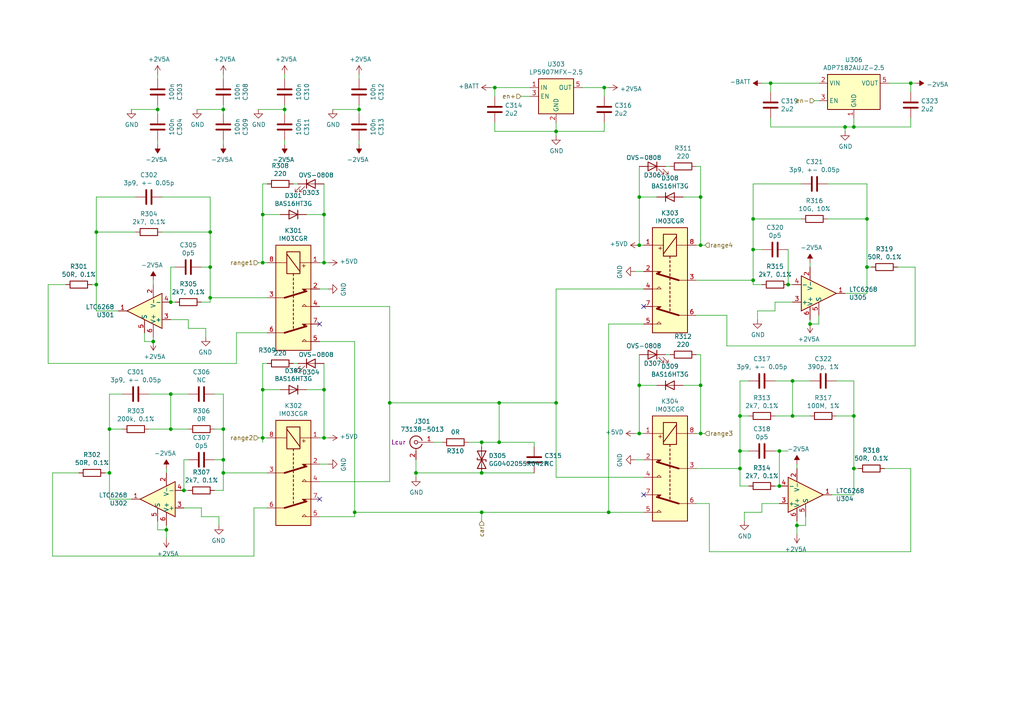
<source format=kicad_sch>
(kicad_sch (version 20211123) (generator eeschema)
  (paper "A4")
  (lib_symbols
    (symbol "Connector:Conn_Coaxial" (pin_names (offset 1.016) hide)
      (property "Reference" "J" (at 0.254 3.048 0))
      (property "Value" "Conn_Coaxial" (at 2.921 0 90))
      (symbol "Conn_Coaxial_0_1"
        (arc (start -1.778 -0.508) (mid 0.222 -1.808) (end 1.778 0) (stroke (width 0.254)))
        (polyline (pts (xy -2.54 0) (xy -0.508 0)))
        (polyline (pts (xy 0 -2.54) (xy 0 -1.778)))
        (circle (center 0 0) (radius 0.508) (stroke (width 0.2032)))
        (arc (start 1.778 0) (mid 0.2221 1.8083) (end -1.778 0.508) (stroke (width 0.254)))
      )
      (symbol "Conn_Coaxial_1_1"
        (pin passive line (at -5.08 0 0) (length 2.54) (name "In") (number "1"))
        (pin passive line (at 0 -5.08 90) (length 2.54) (name "Ext") (number "2"))
      )
    )
    (symbol "Device:C" (pin_numbers hide) (pin_names (offset 0.254))
      (property "Reference" "C" (at 0.635 2.54 0))
      (property "Value" "C" (at 0.635 -2.54 0))
      (symbol "C_0_1"
        (polyline (pts (xy -2.032 -0.762) (xy 2.032 -0.762)) (stroke (width 0.508)))
        (polyline (pts (xy -2.032 0.762) (xy 2.032 0.762)) (stroke (width 0.508)))
      )
      (symbol "C_1_1"
        (pin passive line (at 0 3.81 270) (length 2.794) (name "~") (number "1"))
        (pin passive line (at 0 -3.81 90) (length 2.794) (name "~") (number "2"))
      )
    )
    (symbol "Device:D" (pin_numbers hide) (pin_names (offset 1.016) hide)
      (property "Reference" "D" (at 0 2.54 0))
      (property "Value" "D" (at 0 -2.54 0))
      (symbol "D_0_1"
        (polyline (pts (xy -1.27 1.27) (xy -1.27 -1.27)) (stroke (width 0.254)))
        (polyline (pts (xy 1.27 0) (xy -1.27 0)))
        (polyline (pts (xy 1.27 1.27) (xy 1.27 -1.27) (xy -1.27 0) (xy 1.27 1.27)) (stroke (width 0.254)))
      )
      (symbol "D_1_1"
        (pin passive line (at -3.81 0 0) (length 2.54) (name "K") (number "1"))
        (pin passive line (at 3.81 0 180) (length 2.54) (name "A") (number "2"))
      )
    )
    (symbol "Device:D_TVS" (pin_numbers hide) (pin_names (offset 1.016) hide)
      (property "Reference" "D" (at 0 2.54 0))
      (property "Value" "D_TVS" (at 0 -2.54 0))
      (symbol "D_TVS_0_1"
        (polyline (pts (xy 1.27 0) (xy -1.27 0)))
        (polyline (pts (xy 0.508 1.27) (xy 0 1.27) (xy 0 -1.27) (xy -0.508 -1.27)) (stroke (width 0.254)))
        (polyline (pts (xy -2.54 1.27) (xy -2.54 -1.27) (xy 2.54 1.27) (xy 2.54 -1.27) (xy -2.54 1.27)) (stroke (width 0.254)))
      )
      (symbol "D_TVS_1_1"
        (pin passive line (at -3.81 0 0) (length 2.54) (name "A1") (number "1"))
        (pin passive line (at 3.81 0 180) (length 2.54) (name "A2") (number "2"))
      )
    )
    (symbol "Device:LED" (pin_numbers hide) (pin_names (offset 1.016) hide)
      (property "Reference" "D" (at 0 2.54 0))
      (property "Value" "LED" (at 0 -2.54 0))
      (symbol "LED_0_1"
        (polyline (pts (xy -1.27 -1.27) (xy -1.27 1.27)) (stroke (width 0.254)))
        (polyline (pts (xy -1.27 0) (xy 1.27 0)))
        (polyline (pts (xy 1.27 -1.27) (xy 1.27 1.27) (xy -1.27 0) (xy 1.27 -1.27)) (stroke (width 0.254)))
        (polyline (pts (xy -3.048 -0.762) (xy -4.572 -2.286) (xy -3.81 -2.286) (xy -4.572 -2.286) (xy -4.572 -1.524)))
        (polyline (pts (xy -1.778 -0.762) (xy -3.302 -2.286) (xy -2.54 -2.286) (xy -3.302 -2.286) (xy -3.302 -1.524)))
      )
      (symbol "LED_1_1"
        (pin passive line (at -3.81 0 0) (length 2.54) (name "K") (number "1"))
        (pin passive line (at 3.81 0 180) (length 2.54) (name "A") (number "2"))
      )
    )
    (symbol "Device:R" (pin_numbers hide) (pin_names (offset 0))
      (property "Reference" "R" (at 2.032 0 90))
      (property "Value" "R" (at 0 0 90))
      (symbol "R_0_1"
        (rectangle (start -1.016 -2.54) (end 1.016 2.54) (stroke (width 0.254)))
      )
      (symbol "R_1_1"
        (pin passive line (at 0 3.81 270) (length 1.27) (name "~") (number "1"))
        (pin passive line (at 0 -3.81 90) (length 1.27) (name "~") (number "2"))
      )
    )
    (symbol "Regulator_Linear:ADP7182AUJZ-2.5"
      (property "Reference" "U" (at 0 -7.62 0))
      (property "Value" "ADP7182AUJZ-2.5" (at 0 -6.35 0))
      (symbol "ADP7182AUJZ-2.5_0_1"
        (rectangle (start -7.62 5.08) (end 7.62 -5.08) (stroke (width 0.254)) (fill (type background)))
      )
      (symbol "ADP7182AUJZ-2.5_1_1"
        (pin power_in line (at 0 7.62 270) (length 2.54) (name "GND") (number "1"))
        (pin power_in line (at -10.16 -2.54 0) (length 2.54) (name "VIN") (number "2"))
        (pin input line (at -10.16 2.54 0) (length 2.54) (name "EN") (number "3"))
        (pin no_connect line (at 7.62 0 180) (length 2.54) hide (name "NC") (number "4"))
        (pin power_out line (at 10.16 -2.54 180) (length 2.54) (name "VOUT") (number "5"))
      )
    )
    (symbol "Regulator_Linear:LP5907MFX-2.5"
      (property "Reference" "U" (at -3.81 6.35 0))
      (property "Value" "LP5907MFX-2.5" (at 6.35 6.35 0))
      (symbol "LP5907MFX-2.5_0_1"
        (rectangle (start -5.08 -5.08) (end 5.08 5.08) (stroke (width 0.254)) (fill (type background)))
        (pin power_in line (at -7.62 2.54 0) (length 2.54) (name "IN") (number "1"))
        (pin power_in line (at 0 -7.62 90) (length 2.54) (name "GND") (number "2"))
        (pin input line (at -7.62 0 0) (length 2.54) (name "EN") (number "3"))
        (pin no_connect line (at 5.08 0 180) (length 2.54) hide (name "NC") (number "4"))
        (pin power_out line (at 7.62 2.54 180) (length 2.54) (name "OUT") (number "5"))
      )
    )
    (symbol "power:+5VD" (power) (pin_names (offset 0))
      (property "Value" "+5VD" (at 0 3.556 0))
      (symbol "+5VD_0_1"
        (polyline (pts (xy -0.762 1.27) (xy 0 2.54)))
        (polyline (pts (xy 0 0) (xy 0 2.54)))
        (polyline (pts (xy 0 2.54) (xy 0.762 1.27)))
      )
      (symbol "+5VD_1_1"
        (pin power_in line (at 0 0 90) (length 0) hide (name "+5VD") (number "1"))
      )
    )
    (symbol "power:+BATT" (power) (pin_names (offset 0))
      (property "Value" "+BATT" (at 0 3.556 0))
      (symbol "+BATT_0_1"
        (polyline (pts (xy -0.762 1.27) (xy 0 2.54)))
        (polyline (pts (xy 0 0) (xy 0 2.54)))
        (polyline (pts (xy 0 2.54) (xy 0.762 1.27)))
      )
      (symbol "+BATT_1_1"
        (pin power_in line (at 0 0 90) (length 0) hide (name "+BATT") (number "1"))
      )
    )
    (symbol "power:-BATT" (power) (pin_names (offset 0))
      (property "Value" "-BATT" (at 0 3.556 0))
      (symbol "-BATT_0_1"
        (polyline (pts (xy 0 0) (xy 0 2.54)))
        (polyline (pts (xy 0.762 1.27) (xy -0.762 1.27) (xy 0 2.54) (xy 0.762 1.27)) (fill (type outline)))
      )
      (symbol "-BATT_1_1"
        (pin power_in line (at 0 0 90) (length 0) hide (name "-BATT") (number "1"))
      )
    )
    (symbol "power:GND" (power) (pin_names (offset 0))
      (property "Value" "GND" (at 0 -3.81 0))
      (symbol "GND_0_1"
        (polyline (pts (xy 0 0) (xy 0 -1.27) (xy 1.27 -1.27) (xy 0 -2.54) (xy -1.27 -1.27) (xy 0 -1.27)))
      )
      (symbol "GND_1_1"
        (pin power_in line (at 0 0 270) (length 0) hide (name "GND") (number "1"))
      )
    )
    (symbol "tiepieLCR:+2V5A" (power) (pin_names (offset 0))
      (property "Value" "+2V5A" (at 0 3.556 0))
      (symbol "+2V5A_0_1"
        (polyline (pts (xy -0.762 1.27) (xy 0 2.54)))
        (polyline (pts (xy 0 0) (xy 0 2.54)))
        (polyline (pts (xy 0 2.54) (xy 0.762 1.27)))
      )
      (symbol "+2V5A_1_1"
        (pin power_in line (at 0 0 90) (length 0) hide (name "+2V5A") (number "1"))
      )
    )
    (symbol "tiepieLCR:-2V5A" (power) (pin_names (offset 0))
      (property "Value" "-2V5A" (at 0 3.81 0))
      (symbol "-2V5A_0_0"
        (pin power_in line (at 0 0 90) (length 0) hide (name "-2V5A") (number "1"))
      )
      (symbol "-2V5A_0_1"
        (polyline (pts (xy 0 0) (xy 0 1.27) (xy 0.762 1.27) (xy 0 2.54) (xy -0.762 1.27) (xy 0 1.27)) (fill (type outline)))
      )
    )
    (symbol "tiepieLCR:1462039-4"
      (property "Reference" "K" (at 16.51 3.81 0))
      (property "Value" "1462039-4" (at 16.51 1.27 0))
      (symbol "1462039-4_0_0"
        (text "+" (at -9.271 2.921 0) (effects (font (size 1.27 1.27))))
      )
      (symbol "1462039-4_0_1"
        (rectangle (start -15.24 5.08) (end 15.24 -5.08) (stroke (width 0.254)) (fill (type background)))
        (rectangle (start -13.335 1.905) (end -6.985 -1.905) (stroke (width 0.254)))
        (polyline (pts (xy -12.7 -1.905) (xy -7.62 1.905)) (stroke (width 0.254)))
        (polyline (pts (xy -10.16 -5.08) (xy -10.16 -1.905)))
        (polyline (pts (xy -10.16 5.08) (xy -10.16 1.905)))
        (polyline (pts (xy -6.985 0) (xy -6.35 0)) (stroke (width 0.254)))
        (polyline (pts (xy -5.715 0) (xy -5.08 0)) (stroke (width 0.254)))
        (polyline (pts (xy -4.445 0) (xy -3.81 0)) (stroke (width 0.254)))
        (polyline (pts (xy -3.175 0) (xy -2.54 0)) (stroke (width 0.254)))
        (polyline (pts (xy -1.905 0) (xy -1.27 0)) (stroke (width 0.254)))
        (polyline (pts (xy -0.635 0) (xy 0 0)) (stroke (width 0.254)))
        (polyline (pts (xy 0 -2.54) (xy -1.905 3.81)) (stroke (width 0.508)))
        (polyline (pts (xy 0 -2.54) (xy 0 -5.08)))
        (polyline (pts (xy 0.635 0) (xy 1.27 0)) (stroke (width 0.254)))
        (polyline (pts (xy 1.905 0) (xy 2.54 0)) (stroke (width 0.254)))
        (polyline (pts (xy 3.175 0) (xy 3.81 0)) (stroke (width 0.254)))
        (polyline (pts (xy 4.445 0) (xy 5.08 0)) (stroke (width 0.254)))
        (polyline (pts (xy 5.715 0) (xy 6.35 0)) (stroke (width 0.254)))
        (polyline (pts (xy 6.985 0) (xy 7.62 0)) (stroke (width 0.254)))
        (polyline (pts (xy 8.255 0) (xy 8.89 0)) (stroke (width 0.254)))
        (polyline (pts (xy 10.16 -2.54) (xy 8.255 3.81)) (stroke (width 0.508)))
        (polyline (pts (xy 10.16 -2.54) (xy 10.16 -5.08)))
        (polyline (pts (xy -2.54 5.08) (xy -2.54 2.54) (xy -1.905 3.175) (xy -2.54 3.81)) (fill (type outline)))
        (polyline (pts (xy 2.54 5.08) (xy 2.54 2.54) (xy 1.905 3.175) (xy 2.54 3.81)))
        (polyline (pts (xy 7.62 5.08) (xy 7.62 2.54) (xy 8.255 3.175) (xy 7.62 3.81)) (fill (type outline)))
        (polyline (pts (xy 12.7 5.08) (xy 12.7 2.54) (xy 12.065 3.175) (xy 12.7 3.81)))
      )
      (symbol "1462039-4_1_1"
        (pin passive line (at -10.16 7.62 270) (length 2.54) (name "~") (number "1"))
        (pin passive line (at -2.54 7.62 270) (length 2.54) (name "~") (number "2"))
        (pin passive line (at 0 -7.62 90) (length 2.54) (name "~") (number "3"))
        (pin passive line (at 2.54 7.62 270) (length 2.54) (name "~") (number "4"))
        (pin passive line (at 12.7 7.62 270) (length 2.54) (name "~") (number "5"))
        (pin passive line (at 10.16 -7.62 90) (length 2.54) (name "~") (number "6"))
        (pin passive line (at 7.62 7.62 270) (length 2.54) (name "~") (number "7"))
        (pin passive line (at -10.16 -7.62 90) (length 2.54) (name "~") (number "8"))
      )
    )
    (symbol "tiepieLCR:LTC6268-10" (pin_names (offset 0.127))
      (property "Reference" "U" (at 1.27 6.35 0))
      (property "Value" "LTC6268-10" (at 1.27 3.81 0))
      (symbol "LTC6268-10_0_1"
        (polyline (pts (xy -5.08 5.08) (xy 5.08 0) (xy -5.08 -5.08) (xy -5.08 5.08)) (stroke (width 0.254)) (fill (type background)))
        (pin power_in line (at -2.54 -7.62 90) (length 3.81) (name "V-") (number "2"))
        (pin power_in line (at -2.54 7.62 270) (length 3.81) (name "V+") (number "6"))
      )
      (symbol "LTC6268-10_1_1"
        (pin output line (at 7.62 0 180) (length 2.54) (name "~") (number "1"))
        (pin input line (at -7.62 2.54 0) (length 2.54) (name "+") (number "3"))
        (pin input line (at -7.62 -2.54 0) (length 2.54) (name "-") (number "4"))
        (pin power_in line (at 0 6.35 270) (length 3.81) (name "S") (number "5"))
      )
    )
  )
  (junction (at 44.45 99.06))
  (junction (at 203.2 111.76))
  (junction (at 31.75 137.16))
  (junction (at 53.34 142.24))
  (junction (at 247.65 36.83))
  (junction (at 64.77 133.35))
  (junction (at 231.14 152.4))
  (junction (at 93.98 113.03))
  (junction (at 245.11 36.83))
  (junction (at 161.29 116.84))
  (junction (at 203.2 71.12))
  (junction (at 176.53 148.59))
  (junction (at 60.96 86.36))
  (junction (at 144.78 128.27))
  (junction (at 251.46 63.5))
  (junction (at 104.14 31.75))
  (junction (at 48.26 153.67))
  (junction (at 27.94 82.55))
  (junction (at 49.53 124.46))
  (junction (at 223.52 24.13))
  (junction (at 120.65 137.16))
  (junction (at 161.29 38.1))
  (junction (at 251.46 77.47))
  (junction (at 185.42 71.12))
  (junction (at 218.44 72.39))
  (junction (at 93.98 62.23))
  (junction (at 49.53 114.3))
  (junction (at 229.87 120.65))
  (junction (at 102.87 148.59))
  (junction (at 64.77 137.16))
  (junction (at 49.53 87.63))
  (junction (at 175.26 25.4))
  (junction (at 185.42 125.73))
  (junction (at 31.75 124.46))
  (junction (at 60.96 67.31))
  (junction (at 264.16 24.13))
  (junction (at 214.63 120.65))
  (junction (at 93.98 127))
  (junction (at 144.78 116.84))
  (junction (at 60.96 77.47))
  (junction (at 229.87 110.49))
  (junction (at 203.2 125.73))
  (junction (at 234.95 93.98))
  (junction (at 203.2 57.15))
  (junction (at 139.7 128.27))
  (junction (at 64.77 124.46))
  (junction (at 214.63 135.89))
  (junction (at 247.65 120.65))
  (junction (at 226.06 130.81))
  (junction (at 139.7 148.59))
  (junction (at 218.44 81.28))
  (junction (at 214.63 130.81))
  (junction (at 185.42 57.15))
  (junction (at 113.03 116.84))
  (junction (at 64.77 31.75))
  (junction (at 76.2 76.2))
  (junction (at 76.2 127))
  (junction (at 93.98 76.2))
  (junction (at 76.2 113.03))
  (junction (at 228.6 82.55))
  (junction (at 218.44 63.5))
  (junction (at 143.51 25.4))
  (junction (at 139.7 137.16))
  (junction (at 45.72 31.75))
  (junction (at 247.65 135.89))
  (junction (at 82.55 31.75))
  (junction (at 27.94 67.31))
  (junction (at 76.2 62.23))
  (junction (at 226.06 140.97))
  (junction (at 185.42 111.76))
  (no_connect (at 92.71 93.98))
  (no_connect (at 92.71 144.78))
  (no_connect (at 186.69 88.9))
  (no_connect (at 186.69 143.51))
  (wire (pts (xy 231.14 152.4) (xy 231.14 154.94)))
  (wire (pts (xy 260.35 77.47) (xy 265.43 77.47)))
  (wire (pts (xy 15.24 161.29) (xy 15.24 137.16)))
  (wire (pts (xy 13.97 105.41) (xy 68.58 105.41)))
  (wire (pts (xy 201.93 125.73) (xy 203.2 125.73)))
  (wire (pts (xy 64.77 133.35) (xy 64.77 137.16)))
  (wire (pts (xy 220.98 146.05) (xy 226.06 146.05)))
  (wire (pts (xy 93.98 113.03) (xy 88.9 113.03)))
  (wire (pts (xy 161.29 35.56) (xy 161.29 38.1)))
  (wire (pts (xy 176.53 25.4) (xy 175.26 25.4)))
  (wire (pts (xy 19.05 82.55) (xy 13.97 82.55)))
  (wire (pts (xy 120.65 137.16) (xy 139.7 137.16)))
  (wire (pts (xy 39.37 57.15) (xy 27.94 57.15)))
  (wire (pts (xy 102.87 99.06) (xy 102.87 148.59)))
  (wire (pts (xy 82.55 31.75) (xy 82.55 33.02)))
  (wire (pts (xy 82.55 22.86) (xy 82.55 21.59)))
  (wire (pts (xy 217.17 120.65) (xy 214.63 120.65)))
  (wire (pts (xy 220.98 148.59) (xy 220.98 146.05)))
  (wire (pts (xy 76.2 127) (xy 74.93 127)))
  (wire (pts (xy 54.61 95.25) (xy 54.61 92.71)))
  (wire (pts (xy 76.2 76.2) (xy 77.47 76.2)))
  (wire (pts (xy 113.03 116.84) (xy 144.78 116.84)))
  (wire (pts (xy 214.63 140.97) (xy 214.63 135.89)))
  (wire (pts (xy 53.34 133.35) (xy 53.34 142.24)))
  (wire (pts (xy 247.65 143.51) (xy 241.3 143.51)))
  (wire (pts (xy 245.11 36.83) (xy 247.65 36.83)))
  (wire (pts (xy 27.94 82.55) (xy 27.94 90.17)))
  (wire (pts (xy 220.98 24.13) (xy 223.52 24.13)))
  (wire (pts (xy 76.2 113.03) (xy 76.2 105.41)))
  (wire (pts (xy 193.04 102.87) (xy 194.31 102.87)))
  (wire (pts (xy 144.78 116.84) (xy 144.78 128.27)))
  (wire (pts (xy 251.46 85.09) (xy 245.11 85.09)))
  (wire (pts (xy 218.44 63.5) (xy 232.41 63.5)))
  (wire (pts (xy 223.52 26.67) (xy 223.52 24.13)))
  (wire (pts (xy 63.5 149.86) (xy 63.5 152.4)))
  (wire (pts (xy 229.87 120.65) (xy 234.95 120.65)))
  (wire (pts (xy 228.6 82.55) (xy 229.87 82.55)))
  (wire (pts (xy 139.7 128.27) (xy 144.78 128.27)))
  (wire (pts (xy 224.79 130.81) (xy 226.06 130.81)))
  (wire (pts (xy 125.73 128.27) (xy 128.27 128.27)))
  (wire (pts (xy 176.53 148.59) (xy 186.69 148.59)))
  (wire (pts (xy 93.98 127) (xy 92.71 127)))
  (wire (pts (xy 240.03 53.34) (xy 251.46 53.34)))
  (wire (pts (xy 143.51 27.94) (xy 143.51 25.4)))
  (wire (pts (xy 220.98 72.39) (xy 218.44 72.39)))
  (wire (pts (xy 139.7 148.59) (xy 176.53 148.59)))
  (wire (pts (xy 59.69 95.25) (xy 54.61 95.25)))
  (wire (pts (xy 143.51 38.1) (xy 161.29 38.1)))
  (wire (pts (xy 228.6 82.55) (xy 228.6 72.39)))
  (wire (pts (xy 64.77 114.3) (xy 62.23 114.3)))
  (wire (pts (xy 63.5 149.86) (xy 58.42 149.86)))
  (wire (pts (xy 139.7 129.54) (xy 139.7 128.27)))
  (wire (pts (xy 224.79 120.65) (xy 229.87 120.65)))
  (wire (pts (xy 242.57 120.65) (xy 247.65 120.65)))
  (wire (pts (xy 234.95 93.98) (xy 237.49 93.98)))
  (wire (pts (xy 224.79 110.49) (xy 229.87 110.49)))
  (wire (pts (xy 30.48 137.16) (xy 31.75 137.16)))
  (wire (pts (xy 58.42 149.86) (xy 58.42 147.32)))
  (wire (pts (xy 92.71 76.2) (xy 93.98 76.2)))
  (wire (pts (xy 175.26 38.1) (xy 161.29 38.1)))
  (wire (pts (xy 93.98 105.41) (xy 93.98 113.03)))
  (wire (pts (xy 161.29 39.37) (xy 161.29 38.1)))
  (wire (pts (xy 76.2 127) (xy 76.2 113.03)))
  (wire (pts (xy 226.06 140.97) (xy 226.06 130.81)))
  (wire (pts (xy 245.11 38.1) (xy 245.11 36.83)))
  (wire (pts (xy 27.94 67.31) (xy 27.94 82.55)))
  (wire (pts (xy 64.77 142.24) (xy 64.77 137.16)))
  (wire (pts (xy 49.53 77.47) (xy 50.8 77.47)))
  (wire (pts (xy 184.15 78.74) (xy 186.69 78.74)))
  (wire (pts (xy 120.65 133.35) (xy 120.65 137.16)))
  (wire (pts (xy 113.03 139.7) (xy 113.03 116.84)))
  (wire (pts (xy 218.44 82.55) (xy 218.44 81.28)))
  (wire (pts (xy 161.29 83.82) (xy 161.29 116.84)))
  (wire (pts (xy 104.14 31.75) (xy 96.52 31.75)))
  (wire (pts (xy 233.68 149.86) (xy 233.68 152.4)))
  (wire (pts (xy 139.7 151.13) (xy 139.7 148.59)))
  (wire (pts (xy 265.43 100.33) (xy 210.82 100.33)))
  (wire (pts (xy 201.93 91.44) (xy 210.82 91.44)))
  (wire (pts (xy 120.65 137.16) (xy 120.65 138.43)))
  (wire (pts (xy 49.53 87.63) (xy 49.53 77.47)))
  (wire (pts (xy 185.42 111.76) (xy 185.42 125.73)))
  (wire (pts (xy 185.42 48.26) (xy 185.42 57.15)))
  (wire (pts (xy 44.45 82.55) (xy 44.45 81.28)))
  (wire (pts (xy 102.87 149.86) (xy 92.71 149.86)))
  (wire (pts (xy 58.42 147.32) (xy 53.34 147.32)))
  (wire (pts (xy 252.73 77.47) (xy 251.46 77.47)))
  (wire (pts (xy 45.72 31.75) (xy 45.72 33.02)))
  (wire (pts (xy 198.12 57.15) (xy 203.2 57.15)))
  (wire (pts (xy 60.96 77.47) (xy 60.96 86.36)))
  (wire (pts (xy 93.98 76.2) (xy 95.25 76.2)))
  (wire (pts (xy 45.72 22.86) (xy 45.72 21.59)))
  (wire (pts (xy 49.53 124.46) (xy 54.61 124.46)))
  (wire (pts (xy 214.63 110.49) (xy 217.17 110.49)))
  (wire (pts (xy 218.44 82.55) (xy 220.98 82.55)))
  (wire (pts (xy 214.63 120.65) (xy 214.63 130.81)))
  (wire (pts (xy 64.77 114.3) (xy 64.77 124.46)))
  (wire (pts (xy 54.61 133.35) (xy 53.34 133.35)))
  (wire (pts (xy 201.93 146.05) (xy 205.74 146.05)))
  (wire (pts (xy 113.03 88.9) (xy 92.71 88.9)))
  (wire (pts (xy 82.55 31.75) (xy 74.93 31.75)))
  (wire (pts (xy 77.47 147.32) (xy 73.66 147.32)))
  (wire (pts (xy 64.77 31.75) (xy 64.77 33.02)))
  (wire (pts (xy 190.5 111.76) (xy 185.42 111.76)))
  (wire (pts (xy 104.14 40.64) (xy 104.14 41.91)))
  (wire (pts (xy 45.72 40.64) (xy 45.72 41.91)))
  (wire (pts (xy 68.58 96.52) (xy 68.58 105.41)))
  (wire (pts (xy 60.96 77.47) (xy 60.96 67.31)))
  (wire (pts (xy 237.49 91.44) (xy 237.49 93.98)))
  (wire (pts (xy 176.53 93.98) (xy 176.53 148.59)))
  (wire (pts (xy 86.36 105.41) (xy 85.09 105.41)))
  (wire (pts (xy 154.94 129.54) (xy 154.94 128.27)))
  (wire (pts (xy 139.7 137.16) (xy 154.94 137.16)))
  (wire (pts (xy 236.22 29.21) (xy 237.49 29.21)))
  (wire (pts (xy 242.57 110.49) (xy 247.65 110.49)))
  (wire (pts (xy 264.16 24.13) (xy 264.16 26.67)))
  (wire (pts (xy 214.63 110.49) (xy 214.63 120.65)))
  (wire (pts (xy 77.47 53.34) (xy 76.2 53.34)))
  (wire (pts (xy 49.53 124.46) (xy 49.53 114.3)))
  (wire (pts (xy 247.65 120.65) (xy 247.65 135.89)))
  (wire (pts (xy 161.29 138.43) (xy 186.69 138.43)))
  (wire (pts (xy 205.74 160.02) (xy 264.16 160.02)))
  (wire (pts (xy 60.96 87.63) (xy 60.96 86.36)))
  (wire (pts (xy 35.56 124.46) (xy 31.75 124.46)))
  (wire (pts (xy 113.03 116.84) (xy 113.03 88.9)))
  (wire (pts (xy 203.2 102.87) (xy 203.2 111.76)))
  (wire (pts (xy 142.24 25.4) (xy 143.51 25.4)))
  (wire (pts (xy 264.16 24.13) (xy 257.81 24.13)))
  (wire (pts (xy 186.69 133.35) (xy 184.15 133.35)))
  (wire (pts (xy 86.36 53.34) (xy 85.09 53.34)))
  (wire (pts (xy 219.71 90.17) (xy 224.79 90.17)))
  (wire (pts (xy 201.93 71.12) (xy 203.2 71.12)))
  (wire (pts (xy 95.25 83.82) (xy 92.71 83.82)))
  (wire (pts (xy 26.67 82.55) (xy 27.94 82.55)))
  (wire (pts (xy 185.42 102.87) (xy 185.42 111.76)))
  (wire (pts (xy 218.44 53.34) (xy 218.44 63.5)))
  (wire (pts (xy 73.66 147.32) (xy 73.66 161.29)))
  (wire (pts (xy 234.95 77.47) (xy 234.95 76.2)))
  (wire (pts (xy 223.52 34.29) (xy 223.52 36.83)))
  (wire (pts (xy 39.37 67.31) (xy 27.94 67.31)))
  (wire (pts (xy 77.47 96.52) (xy 68.58 96.52)))
  (wire (pts (xy 264.16 160.02) (xy 264.16 135.89)))
  (wire (pts (xy 113.03 139.7) (xy 92.71 139.7)))
  (wire (pts (xy 82.55 40.64) (xy 82.55 41.91)))
  (wire (pts (xy 44.45 99.06) (xy 44.45 97.79)))
  (wire (pts (xy 58.42 77.47) (xy 60.96 77.47)))
  (wire (pts (xy 102.87 148.59) (xy 102.87 149.86)))
  (wire (pts (xy 201.93 48.26) (xy 203.2 48.26)))
  (wire (pts (xy 77.47 105.41) (xy 76.2 105.41)))
  (wire (pts (xy 73.66 161.29) (xy 15.24 161.29)))
  (wire (pts (xy 93.98 113.03) (xy 93.98 127)))
  (wire (pts (xy 44.45 99.06) (xy 41.91 99.06)))
  (wire (pts (xy 144.78 116.84) (xy 161.29 116.84)))
  (wire (pts (xy 153.67 27.94) (xy 151.13 27.94)))
  (wire (pts (xy 205.74 146.05) (xy 205.74 160.02)))
  (wire (pts (xy 93.98 53.34) (xy 93.98 62.23)))
  (wire (pts (xy 93.98 76.2) (xy 93.98 62.23)))
  (wire (pts (xy 81.28 62.23) (xy 76.2 62.23)))
  (wire (pts (xy 77.47 137.16) (xy 64.77 137.16)))
  (wire (pts (xy 217.17 130.81) (xy 214.63 130.81)))
  (wire (pts (xy 264.16 34.29) (xy 264.16 36.83)))
  (wire (pts (xy 240.03 63.5) (xy 251.46 63.5)))
  (wire (pts (xy 247.65 34.29) (xy 247.65 36.83)))
  (wire (pts (xy 31.75 144.78) (xy 38.1 144.78)))
  (wire (pts (xy 92.71 134.62) (xy 95.25 134.62)))
  (wire (pts (xy 54.61 92.71) (xy 49.53 92.71)))
  (wire (pts (xy 31.75 114.3) (xy 31.75 124.46)))
  (wire (pts (xy 251.46 53.34) (xy 251.46 63.5)))
  (wire (pts (xy 185.42 71.12) (xy 186.69 71.12)))
  (wire (pts (xy 143.51 35.56) (xy 143.51 38.1)))
  (wire (pts (xy 251.46 77.47) (xy 251.46 85.09)))
  (wire (pts (xy 210.82 91.44) (xy 210.82 100.33)))
  (wire (pts (xy 45.72 151.13) (xy 45.72 153.67)))
  (wire (pts (xy 76.2 62.23) (xy 76.2 53.34)))
  (wire (pts (xy 215.9 148.59) (xy 215.9 151.13)))
  (wire (pts (xy 15.24 137.16) (xy 22.86 137.16)))
  (wire (pts (xy 201.93 135.89) (xy 214.63 135.89)))
  (wire (pts (xy 60.96 87.63) (xy 58.42 87.63)))
  (wire (pts (xy 203.2 111.76) (xy 203.2 125.73)))
  (wire (pts (xy 43.18 124.46) (xy 49.53 124.46)))
  (wire (pts (xy 35.56 114.3) (xy 31.75 114.3)))
  (wire (pts (xy 203.2 71.12) (xy 204.47 71.12)))
  (wire (pts (xy 175.26 35.56) (xy 175.26 38.1)))
  (wire (pts (xy 215.9 148.59) (xy 220.98 148.59)))
  (wire (pts (xy 102.87 99.06) (xy 92.71 99.06)))
  (wire (pts (xy 27.94 90.17) (xy 34.29 90.17)))
  (wire (pts (xy 48.26 153.67) (xy 48.26 156.21)))
  (wire (pts (xy 214.63 130.81) (xy 214.63 135.89)))
  (wire (pts (xy 144.78 128.27) (xy 154.94 128.27)))
  (wire (pts (xy 203.2 48.26) (xy 203.2 57.15)))
  (wire (pts (xy 223.52 24.13) (xy 237.49 24.13)))
  (wire (pts (xy 93.98 127) (xy 95.25 127)))
  (wire (pts (xy 203.2 57.15) (xy 203.2 71.12)))
  (wire (pts (xy 247.65 110.49) (xy 247.65 120.65)))
  (wire (pts (xy 185.42 57.15) (xy 190.5 57.15)))
  (wire (pts (xy 77.47 127) (xy 76.2 127)))
  (wire (pts (xy 161.29 83.82) (xy 186.69 83.82)))
  (wire (pts (xy 59.69 95.25) (xy 59.69 97.79)))
  (wire (pts (xy 60.96 67.31) (xy 46.99 67.31)))
  (wire (pts (xy 62.23 133.35) (xy 64.77 133.35)))
  (wire (pts (xy 231.14 135.89) (xy 231.14 134.62)))
  (wire (pts (xy 224.79 90.17) (xy 224.79 87.63)))
  (wire (pts (xy 226.06 130.81) (xy 228.6 130.81)))
  (wire (pts (xy 76.2 113.03) (xy 81.28 113.03)))
  (wire (pts (xy 64.77 40.64) (xy 64.77 41.91)))
  (wire (pts (xy 203.2 125.73) (xy 204.47 125.73)))
  (wire (pts (xy 50.8 87.63) (xy 49.53 87.63)))
  (wire (pts (xy 265.43 24.13) (xy 264.16 24.13)))
  (wire (pts (xy 175.26 25.4) (xy 175.26 27.94)))
  (wire (pts (xy 251.46 63.5) (xy 251.46 77.47)))
  (wire (pts (xy 64.77 124.46) (xy 64.77 133.35)))
  (wire (pts (xy 223.52 36.83) (xy 245.11 36.83)))
  (wire (pts (xy 76.2 62.23) (xy 76.2 76.2)))
  (wire (pts (xy 45.72 31.75) (xy 38.1 31.75)))
  (wire (pts (xy 49.53 114.3) (xy 54.61 114.3)))
  (wire (pts (xy 247.65 135.89) (xy 247.65 143.51)))
  (wire (pts (xy 49.53 114.3) (xy 43.18 114.3)))
  (wire (pts (xy 224.79 140.97) (xy 226.06 140.97)))
  (wire (pts (xy 64.77 142.24) (xy 62.23 142.24)))
  (wire (pts (xy 48.26 152.4) (xy 48.26 153.67)))
  (wire (pts (xy 229.87 110.49) (xy 234.95 110.49)))
  (wire (pts (xy 219.71 90.17) (xy 219.71 92.71)))
  (wire (pts (xy 201.93 81.28) (xy 218.44 81.28)))
  (wire (pts (xy 247.65 36.83) (xy 264.16 36.83)))
  (wire (pts (xy 64.77 22.86) (xy 64.77 21.59)))
  (wire (pts (xy 218.44 53.34) (xy 232.41 53.34)))
  (wire (pts (xy 27.94 57.15) (xy 27.94 67.31)))
  (wire (pts (xy 45.72 30.48) (xy 45.72 31.75)))
  (wire (pts (xy 104.14 31.75) (xy 104.14 33.02)))
  (wire (pts (xy 102.87 148.59) (xy 139.7 148.59)))
  (wire (pts (xy 64.77 30.48) (xy 64.77 31.75)))
  (wire (pts (xy 143.51 25.4) (xy 153.67 25.4)))
  (wire (pts (xy 185.42 125.73) (xy 186.69 125.73)))
  (wire (pts (xy 135.89 128.27) (xy 139.7 128.27)))
  (wire (pts (xy 234.95 93.98) (xy 234.95 92.71)))
  (wire (pts (xy 60.96 57.15) (xy 60.96 67.31)))
  (wire (pts (xy 64.77 31.75) (xy 57.15 31.75)))
  (wire (pts (xy 74.93 76.2) (xy 76.2 76.2)))
  (wire (pts (xy 54.61 142.24) (xy 53.34 142.24)))
  (wire (pts (xy 231.14 151.13) (xy 231.14 152.4)))
  (wire (pts (xy 13.97 82.55) (xy 13.97 105.41)))
  (wire (pts (xy 214.63 140.97) (xy 217.17 140.97)))
  (wire (pts (xy 265.43 77.47) (xy 265.43 100.33)))
  (wire (pts (xy 224.79 87.63) (xy 229.87 87.63)))
  (wire (pts (xy 161.29 116.84) (xy 161.29 138.43)))
  (wire (pts (xy 218.44 63.5) (xy 218.44 72.39)))
  (wire (pts (xy 104.14 22.86) (xy 104.14 21.59)))
  (wire (pts (xy 76.2 127) (xy 76.2 128.27)))
  (wire (pts (xy 229.87 120.65) (xy 229.87 110.49)))
  (wire (pts (xy 82.55 30.48) (xy 82.55 31.75)))
  (wire (pts (xy 231.14 152.4) (xy 233.68 152.4)))
  (wire (pts (xy 48.26 153.67) (xy 45.72 153.67)))
  (wire (pts (xy 104.14 30.48) (xy 104.14 31.75)))
  (wire (pts (xy 184.15 125.73) (xy 185.42 125.73)))
  (wire (pts (xy 264.16 135.89) (xy 256.54 135.89)))
  (wire (pts (xy 31.75 124.46) (xy 31.75 137.16)))
  (wire (pts (xy 203.2 111.76) (xy 198.12 111.76)))
  (wire (pts (xy 248.92 135.89) (xy 247.65 135.89)))
  (wire (pts (xy 62.23 124.46) (xy 64.77 124.46)))
  (wire (pts (xy 41.91 96.52) (xy 41.91 99.06)))
  (wire (pts (xy 60.96 57.15) (xy 46.99 57.15)))
  (wire (pts (xy 218.44 72.39) (xy 218.44 81.28)))
  (wire (pts (xy 31.75 137.16) (xy 31.75 144.78)))
  (wire (pts (xy 77.47 86.36) (xy 60.96 86.36)))
  (wire (pts (xy 201.93 102.87) (xy 203.2 102.87)))
  (wire (pts (xy 88.9 62.23) (xy 93.98 62.23)))
  (wire (pts (xy 185.42 71.12) (xy 185.42 57.15)))
  (wire (pts (xy 176.53 93.98) (xy 186.69 93.98)))
  (wire (pts (xy 48.26 137.16) (xy 48.26 135.89)))
  (wire (pts (xy 175.26 25.4) (xy 168.91 25.4)))
  (wire (pts (xy 193.04 48.26) (xy 194.31 48.26)))
  (hierarchical_label "range1" (shape input) (at 74.93 76.2 180))
  (hierarchical_label "en+" (shape input) (at 151.13 27.94 180))
  (hierarchical_label "range3" (shape input) (at 204.47 125.73 0))
  (hierarchical_label "car" (shape input) (at 139.7 151.13 270))
  (hierarchical_label "range2" (shape input) (at 74.93 127 180))
  (hierarchical_label "en-" (shape input) (at 236.22 29.21 180))
  (hierarchical_label "range4" (shape input) (at 204.47 71.12 0))
  (symbol (lib_id "power:GND") (at 120.65 138.43 0)
    (property "Reference" "#PWR0323" (effects hide))
    (property "Value" "GND" (at 120.777 142.8242 0))
  )
  (symbol (lib_id "power:GND") (at 184.15 78.74 270)
    (property "Reference" "#PWR0327" (effects hide))
    (property "Value" "GND" (at 179.7558 78.867 0))
  )
  (symbol (lib_id "Device:C") (at 104.14 26.67 180)
    (property "Reference" "C312" (at 110.5408 26.67 90))
    (property "Value" "100n" (at 108.2294 26.67 90))
    (property "Footprint" "Capacitor_SMD:C_0603_1608Metric_Pad1.05x0.95mm_HandSolder" (effects hide))
  )
  (symbol (lib_id "Device:C") (at 104.14 36.83 180)
    (property "Reference" "C313" (at 110.5408 36.83 90))
    (property "Value" "100n" (at 108.2294 36.83 90))
    (property "Footprint" "Capacitor_SMD:C_0603_1608Metric_Pad1.05x0.95mm_HandSolder" (effects hide))
  )
  (symbol (lib_id "power:GND") (at 96.52 31.75 0)
    (property "Reference" "#PWR0320" (effects hide))
    (property "Value" "GND" (at 96.647 36.1442 0))
  )
  (symbol (lib_id "tiepieLCR:+2V5A") (at 104.14 21.59 0) (unit 1)
    (property "Reference" "#PWR0321" (effects hide))
    (property "Value" "+2V5A" (at 104.521 17.1958 0))
  )
  (symbol (lib_id "tiepieLCR:-2V5A") (at 104.14 41.91 180) (unit 1)
    (property "Reference" "#PWR0322" (effects hide))
    (property "Value" "-2V5A" (at 103.759 46.3042 0))
  )
  (symbol (lib_id "tiepieLCR:1462039-4") (at 194.31 81.28 90) (mirror x) (unit 1)
    (property "Reference" "K303" (at 194.31 61.7982 90))
    (property "Value" "IM03CGR" (at 194.31 64.1096 90))
    (property "Footprint" "tiepieLCR:1462039-4" (effects hide))
  )
  (symbol (lib_id "tiepieLCR:1462039-4") (at 194.31 135.89 90) (mirror x) (unit 1)
    (property "Reference" "K304" (at 194.31 116.4082 90))
    (property "Value" "IM03CGR" (at 194.31 118.7196 90))
    (property "Footprint" "tiepieLCR:1462039-4" (effects hide))
  )
  (symbol (lib_id "power:GND") (at 184.15 133.35 270)
    (property "Reference" "#PWR0329" (effects hide))
    (property "Value" "GND" (at 179.7558 133.477 0))
  )
  (symbol (lib_id "Device:C") (at 58.42 114.3 90) (mirror x) (unit 1)
    (property "Reference" "C306" (at 58.42 107.8992 90))
    (property "Value" "NC" (at 58.42 110.2106 90))
    (property "Footprint" "Capacitor_SMD:C_0603_1608Metric_Pad1.05x0.95mm_HandSolder" (effects hide))
    (property "Name" "GJM1555C1H3R9WB01D" (effects hide))
  )
  (symbol (lib_id "Device:R") (at 58.42 124.46 90) (mirror x) (unit 1)
    (property "Reference" "R306" (at 58.42 119.2022 90))
    (property "Value" "0R" (at 58.42 121.5136 90))
    (property "Footprint" "Resistor_SMD:R_0603_1608Metric_Pad1.05x0.95mm_HandSolder" (effects hide))
    (property "Name" "ERJ-PB3B2701V" (effects hide))
  )
  (symbol (lib_id "tiepieLCR:LTC6268-10") (at 233.68 143.51 0) (mirror x) (unit 1)
    (property "Reference" "U304" (at 242.4176 144.6784 0) (effects (justify left)))
    (property "Value" "LTC6268" (at 242.4176 142.367 0) (effects (justify left)))
    (property "Footprint" "Package_TO_SOT_SMD:SOT-23-6_Handsoldering" (effects hide))
    (property "Datasheet" "http://ww1.microchip.com/downloads/en/DeviceDoc/22141b.pdf" (effects hide))
  )
  (symbol (lib_id "Device:C") (at 154.94 133.35 0) (unit 1)
    (property "Reference" "C315" (at 157.861 132.1816 0) (effects (justify left)))
    (property "Value" "NC" (at 157.861 134.493 0) (effects (justify left)))
    (property "Footprint" "Capacitor_SMD:C_0603_1608Metric_Pad1.05x0.95mm_HandSolder" (effects hide))
  )
  (symbol (lib_id "power:+5VD") (at 185.42 71.12 90) (unit 1)
    (property "Reference" "#PWR0330" (effects hide))
    (property "Value" "+5VD" (at 182.1688 70.739 90) (effects (justify left)))
  )
  (symbol (lib_id "power:GND") (at 215.9 151.13 0) (unit 1)
    (property "Reference" "#PWR0331" (effects hide))
    (property "Value" "GND" (at 216.027 155.5242 0))
  )
  (symbol (lib_id "power:+5VD") (at 184.15 125.73 90) (unit 1)
    (property "Reference" "#PWR0328" (effects hide))
    (property "Value" "+5VD" (at 180.8988 125.349 90) (effects (justify left)))
  )
  (symbol (lib_id "Device:R") (at 220.98 140.97 270) (unit 1)
    (property "Reference" "R314" (at 220.98 135.7122 90))
    (property "Value" "2k7, 0.1%" (at 220.98 138.0236 90))
    (property "Footprint" "Resistor_SMD:R_0603_1608Metric_Pad1.05x0.95mm_HandSolder" (effects hide))
    (property "Name" "ERJ-PB3B2701V" (effects hide))
  )
  (symbol (lib_id "Device:C") (at 238.76 110.49 90) (mirror x) (unit 1)
    (property "Reference" "C322" (at 238.76 104.0892 90))
    (property "Value" "390p, 1%" (at 238.76 106.4006 90))
    (property "Footprint" "Capacitor_SMD:C_0603_1608Metric_Pad1.05x0.95mm_HandSolder" (effects hide))
    (property "Name" "GRM1555C1H391FA01D" (effects hide))
  )
  (symbol (lib_id "Device:R") (at 238.76 120.65 90) (mirror x) (unit 1)
    (property "Reference" "R317" (at 238.76 115.3922 90))
    (property "Value" "100M, 1%" (at 238.76 117.7036 90))
    (property "Footprint" "Resistor_SMD:R_1206_3216Metric_Pad1.42x1.75mm_HandSolder" (effects hide))
    (property "Name" "CRHV1206AF100MFKE5" (effects hide))
  )
  (symbol (lib_id "Device:C") (at 220.98 110.49 90) (mirror x) (unit 1)
    (property "Reference" "C317" (at 220.98 104.0892 90))
    (property "Value" "3p9, +- 0.05p" (at 220.98 106.4006 90))
    (property "Footprint" "Capacitor_SMD:C_0603_1608Metric_Pad1.05x0.95mm_HandSolder" (effects hide))
    (property "Name" "GJM1555C1H3R9WB01D" (effects hide))
  )
  (symbol (lib_id "Device:R") (at 220.98 120.65 90) (mirror x) (unit 1)
    (property "Reference" "R313" (at 220.98 115.3922 90))
    (property "Value" "2k7, 0.1%" (at 220.98 117.7036 90))
    (property "Footprint" "Resistor_SMD:R_0603_1608Metric_Pad1.05x0.95mm_HandSolder" (effects hide))
    (property "Name" "ERJ-PB3B2701V" (effects hide))
  )
  (symbol (lib_id "tiepieLCR:LTC6268-10") (at 41.91 90.17 180) (unit 1)
    (property "Reference" "U301" (at 33.1724 91.3384 0) (effects (justify left)))
    (property "Value" "LTC6268" (at 33.1724 89.027 0) (effects (justify left)))
    (property "Footprint" "Package_TO_SOT_SMD:SOT-23-6_Handsoldering" (effects hide))
    (property "Datasheet" "http://ww1.microchip.com/downloads/en/DeviceDoc/22141b.pdf" (effects hide))
  )
  (symbol (lib_id "Device:R") (at 43.18 67.31 90) (mirror x) (unit 1)
    (property "Reference" "R304" (at 43.18 62.0522 90))
    (property "Value" "2k7, 0.1%" (at 43.18 64.3636 90))
    (property "Footprint" "Resistor_SMD:R_0603_1608Metric_Pad1.05x0.95mm_HandSolder" (effects hide))
    (property "Name" "ERJ-PB3B2701V" (effects hide))
  )
  (symbol (lib_id "Device:C") (at 43.18 57.15 90) (mirror x) (unit 1)
    (property "Reference" "C302" (at 43.18 50.7492 90))
    (property "Value" "3p9, +- 0.05p" (at 43.18 53.0606 90))
    (property "Footprint" "Capacitor_SMD:C_0603_1608Metric_Pad1.05x0.95mm_HandSolder" (effects hide))
    (property "Name" "GJM1555C1H3R9WB01D" (effects hide))
  )
  (symbol (lib_id "power:GND") (at 59.69 97.79 0) (mirror y) (unit 1)
    (property "Reference" "#PWR0309" (effects hide))
    (property "Value" "GND" (at 59.563 102.1842 0))
  )
  (symbol (lib_id "Device:R") (at 54.61 87.63 90) (mirror x) (unit 1)
    (property "Reference" "R305" (at 54.61 82.3722 90))
    (property "Value" "2k7, 0.1%" (at 54.61 84.6836 90))
    (property "Footprint" "Resistor_SMD:R_0603_1608Metric_Pad1.05x0.95mm_HandSolder" (effects hide))
    (property "Name" "ERJ-PB3B2701V" (effects hide))
  )
  (symbol (lib_id "Device:R") (at 22.86 82.55 90) (mirror x) (unit 1)
    (property "Reference" "R301" (at 22.86 77.2922 90))
    (property "Value" "50R, 0.1%" (at 22.86 79.6036 90))
    (property "Footprint" "Resistor_SMD:R_0603_1608Metric" (effects hide))
  )
  (symbol (lib_id "Device:R") (at 26.67 137.16 90) (mirror x) (unit 1)
    (property "Reference" "R302" (at 26.67 131.9022 90))
    (property "Value" "50R, 0.1%" (at 26.67 134.2136 90))
    (property "Footprint" "Resistor_SMD:R_0603_1608Metric" (effects hide))
  )
  (symbol (lib_id "Device:R") (at 58.42 142.24 90) (mirror x) (unit 1)
    (property "Reference" "R307" (at 58.42 136.9822 90))
    (property "Value" "2k7, 0.1%" (at 58.42 139.2936 90))
    (property "Footprint" "Resistor_SMD:R_0603_1608Metric_Pad1.05x0.95mm_HandSolder" (effects hide))
    (property "Name" "ERJ-PB3B2701V" (effects hide))
  )
  (symbol (lib_id "power:GND") (at 63.5 152.4 0) (mirror y) (unit 1)
    (property "Reference" "#PWR0310" (effects hide))
    (property "Value" "GND" (at 63.373 156.7942 0))
  )
  (symbol (lib_id "Device:C") (at 39.37 114.3 90) (mirror x) (unit 1)
    (property "Reference" "C301" (at 39.37 107.8992 90))
    (property "Value" "3p9, +- 0.05p" (at 39.37 110.2106 90))
    (property "Footprint" "Capacitor_SMD:C_0603_1608Metric_Pad1.05x0.95mm_HandSolder" (effects hide))
    (property "Name" "C0805C473G3GACTU" (effects hide))
  )
  (symbol (lib_id "Device:R") (at 39.37 124.46 90) (mirror x) (unit 1)
    (property "Reference" "R303" (at 39.37 119.2022 90))
    (property "Value" "200k, 0.1%" (at 39.37 121.5136 90))
    (property "Footprint" "Resistor_SMD:R_1206_3216Metric_Pad1.42x1.75mm_HandSolder" (effects hide))
    (property "Name" "TNPW12061M00BEEA" (effects hide))
  )
  (symbol (lib_id "tiepieLCR:LTC6268-10") (at 45.72 144.78 180) (unit 1)
    (property "Reference" "U302" (at 36.9824 145.9484 0) (effects (justify left)))
    (property "Value" "LTC6268" (at 36.9824 143.637 0) (effects (justify left)))
    (property "Footprint" "Package_TO_SOT_SMD:SOT-23-6_Handsoldering" (effects hide))
    (property "Datasheet" "http://ww1.microchip.com/downloads/en/DeviceDoc/22141b.pdf" (effects hide))
  )
  (symbol (lib_id "tiepieLCR:+2V5A") (at 44.45 99.06 0) (mirror x) (unit 1)
    (property "Reference" "#PWR0303" (effects hide))
    (property "Value" "+2V5A" (at 44.831 103.4542 0))
  )
  (symbol (lib_id "tiepieLCR:+2V5A") (at 48.26 156.21 0) (mirror x) (unit 1)
    (property "Reference" "#PWR0307" (effects hide))
    (property "Value" "+2V5A" (at 48.641 160.6042 0))
  )
  (symbol (lib_id "tiepieLCR:-2V5A") (at 44.45 81.28 0) (mirror y) (unit 1)
    (property "Reference" "#PWR0302" (effects hide))
    (property "Value" "-2V5A" (at 44.069 76.8858 0))
  )
  (symbol (lib_id "tiepieLCR:-2V5A") (at 48.26 135.89 0) (mirror y) (unit 1)
    (property "Reference" "#PWR0306" (effects hide))
    (property "Value" "-2V5A" (at 47.879 131.4958 0))
  )
  (symbol (lib_id "tiepieLCR:1462039-4") (at 85.09 86.36 270) (unit 1)
    (property "Reference" "K301" (at 85.09 66.8782 90))
    (property "Value" "IM03CGR" (at 85.09 69.1896 90))
    (property "Footprint" "tiepieLCR:1462039-4" (effects hide))
  )
  (symbol (lib_id "tiepieLCR:1462039-4") (at 85.09 137.16 270) (unit 1)
    (property "Reference" "K302" (at 85.09 117.6782 90))
    (property "Value" "IM03CGR" (at 85.09 119.9896 90))
    (property "Footprint" "tiepieLCR:1462039-4" (effects hide))
  )
  (symbol (lib_id "power:GND") (at 95.25 134.62 90) (mirror x)
    (property "Reference" "#PWR0319" (effects hide))
    (property "Value" "GND" (at 99.6442 134.747 0))
  )
  (symbol (lib_id "power:GND") (at 95.25 83.82 90) (mirror x)
    (property "Reference" "#PWR0317" (effects hide))
    (property "Value" "GND" (at 99.6442 83.947 0))
  )
  (symbol (lib_id "power:+5VD") (at 95.25 76.2 270) (mirror x) (unit 1)
    (property "Reference" "#PWR0316" (effects hide))
    (property "Value" "+5VD" (at 98.5012 75.819 90) (effects (justify left)))
  )
  (symbol (lib_id "power:+5VD") (at 95.25 127 270) (mirror x) (unit 1)
    (property "Reference" "#PWR0318" (effects hide))
    (property "Value" "+5VD" (at 98.5012 126.619 90) (effects (justify left)))
  )
  (symbol (lib_id "Device:R") (at 252.73 135.89 270) (unit 1)
    (property "Reference" "R318" (at 252.73 130.6322 90))
    (property "Value" "50R, 0.1%" (at 252.73 132.9436 90))
    (property "Footprint" "Resistor_SMD:R_0603_1608Metric" (effects hide))
  )
  (symbol (lib_id "Device:D") (at 85.09 62.23 180) (unit 1)
    (property "Reference" "D301" (at 85.09 56.7436 0))
    (property "Value" "BAS16HT3G" (at 85.09 59.055 0))
    (property "Footprint" "Diode_SMD:D_SOD-323" (effects hide))
  )
  (symbol (lib_id "Device:D") (at 85.09 113.03 180) (unit 1)
    (property "Reference" "D302" (at 85.09 107.5436 0))
    (property "Value" "BAS16HT3G" (at 85.09 109.855 0))
    (property "Footprint" "Diode_SMD:D_SOD-323" (effects hide))
  )
  (symbol (lib_id "Device:D") (at 194.31 57.15 0) (mirror x) (unit 1)
    (property "Reference" "D308" (at 194.31 51.6636 0))
    (property "Value" "BAS16HT3G" (at 194.31 53.975 0))
    (property "Footprint" "Diode_SMD:D_SOD-323" (effects hide))
  )
  (symbol (lib_id "Device:D") (at 194.31 111.76 0) (unit 1)
    (property "Reference" "D309" (at 194.31 106.2736 0))
    (property "Value" "BAS16HT3G" (at 194.31 108.585 0))
    (property "Footprint" "Diode_SMD:D_SOD-323" (effects hide))
  )
  (symbol (lib_id "Device:C") (at 58.42 133.35 90) (mirror x) (unit 1)
    (property "Reference" "C307" (at 58.42 126.9492 90))
    (property "Value" "0p5" (at 58.42 129.2606 90))
    (property "Footprint" "Capacitor_SMD:C_0603_1608Metric_Pad1.05x0.95mm_HandSolder" (effects hide))
    (property "Name" "GJM1555C1H3R9WB01D" (effects hide))
  )
  (symbol (lib_id "Device:C") (at 54.61 77.47 90) (mirror x) (unit 1)
    (property "Reference" "C305" (at 54.61 71.0692 90))
    (property "Value" "0p5" (at 54.61 73.3806 90))
    (property "Footprint" "Capacitor_SMD:C_0603_1608Metric_Pad1.05x0.95mm_HandSolder" (effects hide))
    (property "Name" "GJM1555C1H3R9WB01D" (effects hide))
  )
  (symbol (lib_id "Device:C") (at 224.79 72.39 90) (mirror x) (unit 1)
    (property "Reference" "C320" (at 224.79 65.9892 90))
    (property "Value" "0p5" (at 224.79 68.3006 90))
    (property "Footprint" "Capacitor_SMD:C_0603_1608Metric_Pad1.05x0.95mm_HandSolder" (effects hide))
    (property "Name" "GJM1555C1H3R9WB01D" (effects hide))
  )
  (symbol (lib_id "Device:LED") (at 90.17 53.34 0)
    (property "Reference" "D303" (at 92.71 55.88 0) (effects (justify right)))
    (property "Value" "OVS-0808 " (at 97.79 50.8 0) (effects (justify right)))
    (property "Footprint" "LED_SMD:LED_0805_2012Metric" (effects hide))
  )
  (symbol (lib_id "Device:R") (at 81.28 53.34 270)
    (property "Reference" "R308" (at 81.28 48.0822 90))
    (property "Value" "220" (at 81.28 50.3936 90))
    (property "Footprint" "Resistor_SMD:R_0603_1608Metric_Pad1.05x0.95mm_HandSolder" (effects hide))
  )
  (symbol (lib_id "Device:LED") (at 90.17 105.41 0)
    (property "Reference" "D304" (at 92.71 107.95 0) (effects (justify right)))
    (property "Value" "OVS-0808 " (at 97.79 102.87 0) (effects (justify right)))
    (property "Footprint" "LED_SMD:LED_0805_2012Metric" (effects hide))
  )
  (symbol (lib_id "Device:R") (at 81.28 105.41 270)
    (property "Reference" "R309" (at 77.47 101.6 90))
    (property "Value" "220" (at 81.28 102.4636 90))
    (property "Footprint" "Resistor_SMD:R_0603_1608Metric_Pad1.05x0.95mm_HandSolder" (effects hide))
  )
  (symbol (lib_id "Device:LED") (at 189.23 102.87 0) (mirror y)
    (property "Reference" "D307" (at 186.69 105.41 0) (effects (justify right)))
    (property "Value" "OVS-0808 " (at 181.61 100.33 0) (effects (justify right)))
    (property "Footprint" "LED_SMD:LED_0805_2012Metric" (effects hide))
  )
  (symbol (lib_id "Device:R") (at 198.12 102.87 90) (mirror x)
    (property "Reference" "R312" (at 198.12 97.6122 90))
    (property "Value" "220" (at 198.12 99.9236 90))
    (property "Footprint" "Resistor_SMD:R_0603_1608Metric_Pad1.05x0.95mm_HandSolder" (effects hide))
  )
  (symbol (lib_id "Device:LED") (at 189.23 48.26 0) (mirror y)
    (property "Reference" "D306" (at 186.69 50.8 0) (effects (justify right)))
    (property "Value" "OVS-0808 " (at 181.61 45.72 0) (effects (justify right)))
    (property "Footprint" "LED_SMD:LED_0805_2012Metric" (effects hide))
  )
  (symbol (lib_id "Device:R") (at 198.12 48.26 90) (mirror x)
    (property "Reference" "R311" (at 198.12 43.0022 90))
    (property "Value" "220" (at 198.12 45.3136 90))
    (property "Footprint" "Resistor_SMD:R_0603_1608Metric_Pad1.05x0.95mm_HandSolder" (effects hide))
  )
  (symbol (lib_id "Device:C") (at 220.98 130.81 90) (mirror x) (unit 1)
    (property "Reference" "C318" (at 220.98 124.4092 90))
    (property "Value" "0p5" (at 220.98 126.7206 90))
    (property "Footprint" "Capacitor_SMD:C_0603_1608Metric_Pad1.05x0.95mm_HandSolder" (effects hide))
    (property "Name" "GJM1555C1H3R9WB01D" (effects hide))
  )
  (symbol (lib_id "Device:D_TVS") (at 139.7 133.35 270)
    (property "Reference" "D305" (at 141.7066 132.1816 90) (effects (justify left)))
    (property "Value" "GG0402055R042P" (at 141.7066 134.493 90) (effects (justify left)))
    (property "Footprint" "Diode_SMD:D_0402_1005Metric" (effects hide))
  )
  (symbol (lib_id "tiepieLCR:LTC6268-10") (at 237.49 85.09 0) (mirror x) (unit 1)
    (property "Reference" "U305" (at 246.2276 86.2584 0) (effects (justify left)))
    (property "Value" "LTC6268" (at 246.2276 83.947 0) (effects (justify left)))
    (property "Footprint" "Package_TO_SOT_SMD:SOT-23-6_Handsoldering" (effects hide))
    (property "Datasheet" "http://ww1.microchip.com/downloads/en/DeviceDoc/22141b.pdf" (effects hide))
  )
  (symbol (lib_id "Device:R") (at 236.22 63.5 270) (unit 1)
    (property "Reference" "R316" (at 236.22 58.2422 90))
    (property "Value" "10G, 10%" (at 236.22 60.5536 90))
    (property "Footprint" "Resistor_SMD:R_1206_3216Metric_Pad1.42x1.75mm_HandSolder" (effects hide))
    (property "Name" "HVC1206Z1008KET" (effects hide))
  )
  (symbol (lib_id "Device:C") (at 236.22 53.34 270) (unit 1)
    (property "Reference" "C321" (at 236.22 46.9392 90))
    (property "Value" "3p9, +- 0.05p" (at 236.22 49.2506 90))
    (property "Footprint" "Capacitor_SMD:C_0603_1608Metric_Pad1.05x0.95mm_HandSolder" (effects hide))
    (property "Name" "GJM1555C1H3R9WB01D" (effects hide))
  )
  (symbol (lib_id "Connector:Conn_Coaxial") (at 120.65 128.27 0) (mirror y) (unit 1)
    (property "Reference" "J301" (at 122.4788 122.2248 0))
    (property "Value" "73138-5013" (at 122.4788 124.5362 0))
    (property "Footprint" "tiepieLCR:0731385033" (effects hide))
    (property "Datasheet" " ~" (effects hide))
    (property "Name" "Lcur" (at 115.57 128.27 0))
  )
  (symbol (lib_id "power:GND") (at 219.71 92.71 0) (unit 1)
    (property "Reference" "#PWR0332" (effects hide))
    (property "Value" "GND" (at 219.837 97.1042 0))
  )
  (symbol (lib_id "Device:R") (at 224.79 82.55 270) (unit 1)
    (property "Reference" "R315" (at 224.79 77.2922 90))
    (property "Value" "2k7, 0.1%" (at 224.79 79.6036 90))
    (property "Footprint" "Resistor_SMD:R_0603_1608Metric_Pad1.05x0.95mm_HandSolder" (effects hide))
    (property "Name" "ERJ-PB3B2701V" (effects hide))
  )
  (symbol (lib_id "Device:R") (at 256.54 77.47 270) (unit 1)
    (property "Reference" "R319" (at 256.54 72.2122 90))
    (property "Value" "50R, 0.1%" (at 256.54 74.5236 90))
    (property "Footprint" "Resistor_SMD:R_0603_1608Metric" (effects hide))
  )
  (symbol (lib_id "Device:C") (at 45.72 26.67 180)
    (property "Reference" "C303" (at 52.1208 26.67 90))
    (property "Value" "100n" (at 49.8094 26.67 90))
    (property "Footprint" "Capacitor_SMD:C_0603_1608Metric_Pad1.05x0.95mm_HandSolder" (effects hide))
  )
  (symbol (lib_id "Device:C") (at 45.72 36.83 180)
    (property "Reference" "C304" (at 52.1208 36.83 90))
    (property "Value" "100n" (at 49.8094 36.83 90))
    (property "Footprint" "Capacitor_SMD:C_0603_1608Metric_Pad1.05x0.95mm_HandSolder" (effects hide))
  )
  (symbol (lib_id "power:GND") (at 38.1 31.75 0)
    (property "Reference" "#PWR0301" (effects hide))
    (property "Value" "GND" (at 38.227 36.1442 0))
  )
  (symbol (lib_id "Device:C") (at 64.77 26.67 180)
    (property "Reference" "C308" (at 71.1708 26.67 90))
    (property "Value" "100n" (at 68.8594 26.67 90))
    (property "Footprint" "Capacitor_SMD:C_0603_1608Metric_Pad1.05x0.95mm_HandSolder" (effects hide))
  )
  (symbol (lib_id "Device:C") (at 64.77 36.83 180)
    (property "Reference" "C309" (at 71.1708 36.83 90))
    (property "Value" "100n" (at 68.8594 36.83 90))
    (property "Footprint" "Capacitor_SMD:C_0603_1608Metric_Pad1.05x0.95mm_HandSolder" (effects hide))
  )
  (symbol (lib_id "power:GND") (at 57.15 31.75 0)
    (property "Reference" "#PWR0308" (effects hide))
    (property "Value" "GND" (at 57.277 36.1442 0))
  )
  (symbol (lib_id "Device:C") (at 82.55 26.67 180)
    (property "Reference" "C310" (at 88.9508 26.67 90))
    (property "Value" "100n" (at 86.6394 26.67 90))
    (property "Footprint" "Capacitor_SMD:C_0603_1608Metric_Pad1.05x0.95mm_HandSolder" (effects hide))
  )
  (symbol (lib_id "Device:C") (at 82.55 36.83 180)
    (property "Reference" "C311" (at 88.9508 36.83 90))
    (property "Value" "100n" (at 86.6394 36.83 90))
    (property "Footprint" "Capacitor_SMD:C_0603_1608Metric_Pad1.05x0.95mm_HandSolder" (effects hide))
  )
  (symbol (lib_id "power:GND") (at 74.93 31.75 0)
    (property "Reference" "#PWR0313" (effects hide))
    (property "Value" "GND" (at 75.057 36.1442 0))
  )
  (symbol (lib_id "Regulator_Linear:LP5907MFX-2.5") (at 161.29 27.94 0) (unit 1)
    (property "Reference" "U303" (at 161.29 18.6182 0))
    (property "Value" "LP5907MFX-2.5" (at 161.29 20.9296 0))
    (property "Footprint" "Package_TO_SOT_SMD:SOT-23-5" (effects hide))
    (property "Datasheet" "http://www.ti.com/lit/ds/symlink/lp5907.pdf" (effects hide))
  )
  (symbol (lib_id "Device:C") (at 143.51 31.75 180) (unit 1)
    (property "Reference" "C314" (at 146.431 30.5816 0) (effects (justify right)))
    (property "Value" "2u2" (at 146.431 32.893 0) (effects (justify right)))
    (property "Footprint" "Capacitor_SMD:C_0603_1608Metric_Pad1.05x0.95mm_HandSolder" (effects hide))
  )
  (symbol (lib_id "Device:C") (at 175.26 31.75 180) (unit 1)
    (property "Reference" "C316" (at 178.181 30.5816 0) (effects (justify right)))
    (property "Value" "2u2" (at 178.181 32.893 0) (effects (justify right)))
    (property "Footprint" "Capacitor_SMD:C_0603_1608Metric_Pad1.05x0.95mm_HandSolder" (effects hide))
  )
  (symbol (lib_id "power:GND") (at 161.29 39.37 0) (unit 1)
    (property "Reference" "#PWR0325" (effects hide))
    (property "Value" "GND" (at 161.417 43.7642 0))
  )
  (symbol (lib_id "Device:C") (at 223.52 30.48 180) (unit 1)
    (property "Reference" "C319" (at 226.441 29.3116 0) (effects (justify right)))
    (property "Value" "2u2" (at 226.441 31.623 0) (effects (justify right)))
    (property "Footprint" "Capacitor_SMD:C_0603_1608Metric_Pad1.05x0.95mm_HandSolder" (effects hide))
  )
  (symbol (lib_id "Device:C") (at 264.16 30.48 180) (unit 1)
    (property "Reference" "C323" (at 267.081 29.3116 0) (effects (justify right)))
    (property "Value" "2u2" (at 267.081 31.623 0) (effects (justify right)))
    (property "Footprint" "Capacitor_SMD:C_0603_1608Metric_Pad1.05x0.95mm_HandSolder" (effects hide))
  )
  (symbol (lib_id "tiepieLCR:+2V5A") (at 234.95 93.98 180) (unit 1)
    (property "Reference" "#PWR0337" (effects hide))
    (property "Value" "+2V5A" (at 234.569 98.3742 0))
  )
  (symbol (lib_id "tiepieLCR:+2V5A") (at 176.53 25.4 270) (unit 1)
    (property "Reference" "#PWR0326" (effects hide))
    (property "Value" "+2V5A" (at 179.7812 25.781 90) (effects (justify left)))
  )
  (symbol (lib_id "tiepieLCR:+2V5A") (at 231.14 154.94 180) (unit 1)
    (property "Reference" "#PWR0335" (effects hide))
    (property "Value" "+2V5A" (at 230.759 159.3342 0))
  )
  (symbol (lib_id "tiepieLCR:-2V5A") (at 265.43 24.13 270) (unit 1)
    (property "Reference" "#PWR0339" (effects hide))
    (property "Value" "-2V5A" (at 268.6812 24.511 90) (effects (justify left)))
  )
  (symbol (lib_id "tiepieLCR:-2V5A") (at 234.95 76.2 0) (unit 1)
    (property "Reference" "#PWR0336" (effects hide))
    (property "Value" "-2V5A" (at 235.331 71.8058 0))
  )
  (symbol (lib_id "tiepieLCR:-2V5A") (at 231.14 134.62 0) (unit 1)
    (property "Reference" "#PWR0334" (effects hide))
    (property "Value" "-2V5A" (at 231.521 130.2258 0))
  )
  (symbol (lib_id "tiepieLCR:+2V5A") (at 64.77 21.59 0) (unit 1)
    (property "Reference" "#PWR0311" (effects hide))
    (property "Value" "+2V5A" (at 65.151 17.1958 0))
  )
  (symbol (lib_id "tiepieLCR:+2V5A") (at 45.72 21.59 0) (unit 1)
    (property "Reference" "#PWR0304" (effects hide))
    (property "Value" "+2V5A" (at 46.101 17.1958 0))
  )
  (symbol (lib_id "tiepieLCR:+2V5A") (at 82.55 21.59 0) (unit 1)
    (property "Reference" "#PWR0314" (effects hide))
    (property "Value" "+2V5A" (at 82.931 17.1958 0))
  )
  (symbol (lib_id "tiepieLCR:-2V5A") (at 64.77 41.91 180) (unit 1)
    (property "Reference" "#PWR0312" (effects hide))
    (property "Value" "-2V5A" (at 64.389 46.3042 0))
  )
  (symbol (lib_id "tiepieLCR:-2V5A") (at 45.72 41.91 180) (unit 1)
    (property "Reference" "#PWR0305" (effects hide))
    (property "Value" "-2V5A" (at 45.339 46.3042 0))
  )
  (symbol (lib_id "tiepieLCR:-2V5A") (at 82.55 41.91 180) (unit 1)
    (property "Reference" "#PWR0315" (effects hide))
    (property "Value" "-2V5A" (at 82.169 46.3042 0))
  )
  (symbol (lib_id "power:GND") (at 245.11 38.1 0) (unit 1)
    (property "Reference" "#PWR0338" (effects hide))
    (property "Value" "GND" (at 245.237 42.4942 0))
  )
  (symbol (lib_id "Regulator_Linear:ADP7182AUJZ-2.5") (at 247.65 26.67 0) (mirror x) (unit 1)
    (property "Reference" "U306" (at 247.65 17.3482 0))
    (property "Value" "ADP7182AUJZ-2.5" (at 247.65 19.6596 0))
    (property "Footprint" "Package_TO_SOT_SMD:TSOT-23-5" (effects hide))
    (property "Datasheet" "https://www.analog.com/media/en/technical-documentation/data-sheets/ADP7182.pdf" (effects hide))
  )
  (symbol (lib_id "power:+BATT") (at 142.24 25.4 90) (unit 1)
    (property "Reference" "#PWR0324" (effects hide))
    (property "Value" "+BATT" (at 139.0142 25.019 90) (effects (justify left)))
  )
  (symbol (lib_id "power:-BATT") (at 220.98 24.13 90) (unit 1)
    (property "Reference" "#PWR0333" (effects hide))
    (property "Value" "-BATT" (at 217.7542 23.749 90) (effects (justify left)))
  )
  (symbol (lib_id "Device:R") (at 132.08 128.27 270)
    (property "Reference" "R310" (at 132.08 130.81 90))
    (property "Value" "0R" (at 132.08 125.3236 90))
    (property "Footprint" "Resistor_SMD:R_0603_1608Metric_Pad1.05x0.95mm_HandSolder" (effects hide))
  )
)
</source>
